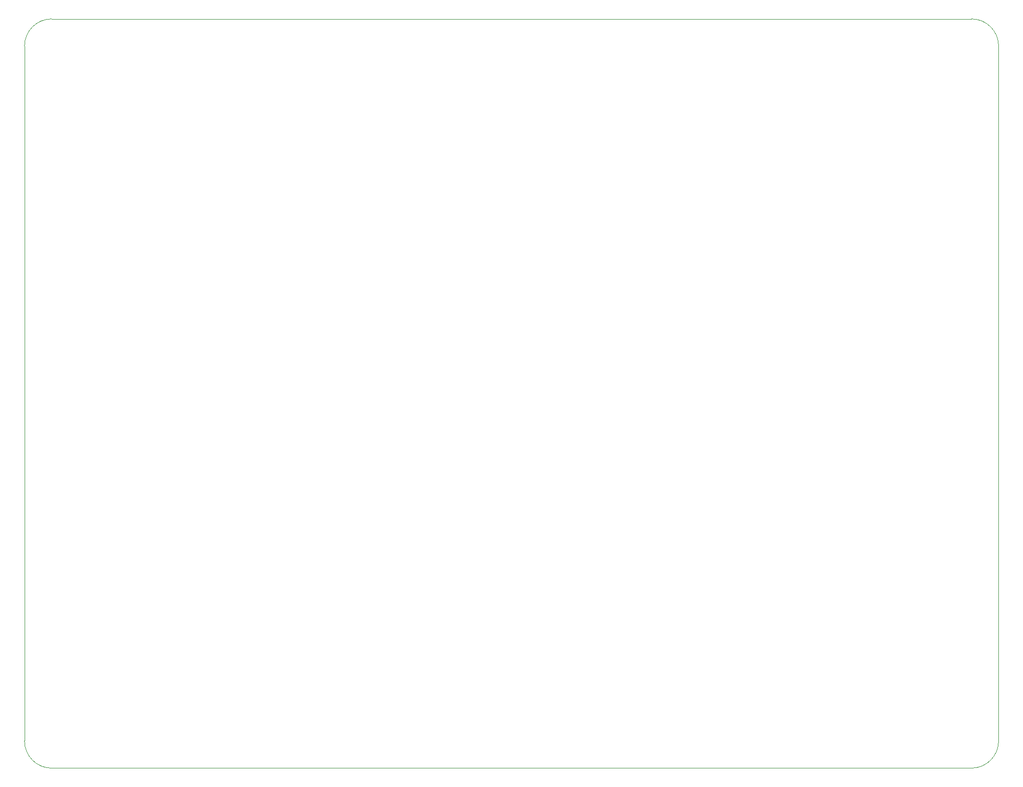
<source format=gbr>
%TF.GenerationSoftware,KiCad,Pcbnew,8.0.1*%
%TF.CreationDate,2026-02-13T23:09:19+01:00*%
%TF.ProjectId,PowerBox2.2 KICAD,506f7765-7242-46f7-9832-2e32204b4943,rev?*%
%TF.SameCoordinates,Original*%
%TF.FileFunction,Profile,NP*%
%FSLAX46Y46*%
G04 Gerber Fmt 4.6, Leading zero omitted, Abs format (unit mm)*
G04 Created by KiCad (PCBNEW 8.0.1) date 2026-02-13 23:09:19*
%MOMM*%
%LPD*%
G01*
G04 APERTURE LIST*
%TA.AperFunction,Profile*%
%ADD10C,0.050000*%
%TD*%
G04 APERTURE END LIST*
D10*
X232000000Y-42430000D02*
G75*
G02*
X236570000Y-47000000I0J-4570000D01*
G01*
X72430000Y-164000000D02*
X72430000Y-47000000D01*
X236570000Y-164000000D02*
G75*
G02*
X232000000Y-168570000I-4570000J0D01*
G01*
X72430000Y-47000000D02*
G75*
G02*
X77000000Y-42430000I4570000J0D01*
G01*
X236570000Y-47000000D02*
X236570000Y-164000000D01*
X77000000Y-168570000D02*
G75*
G02*
X72430000Y-164000000I0J4570000D01*
G01*
X77000000Y-42430000D02*
X232000000Y-42430000D01*
X232000000Y-168570000D02*
X77000000Y-168570000D01*
M02*

</source>
